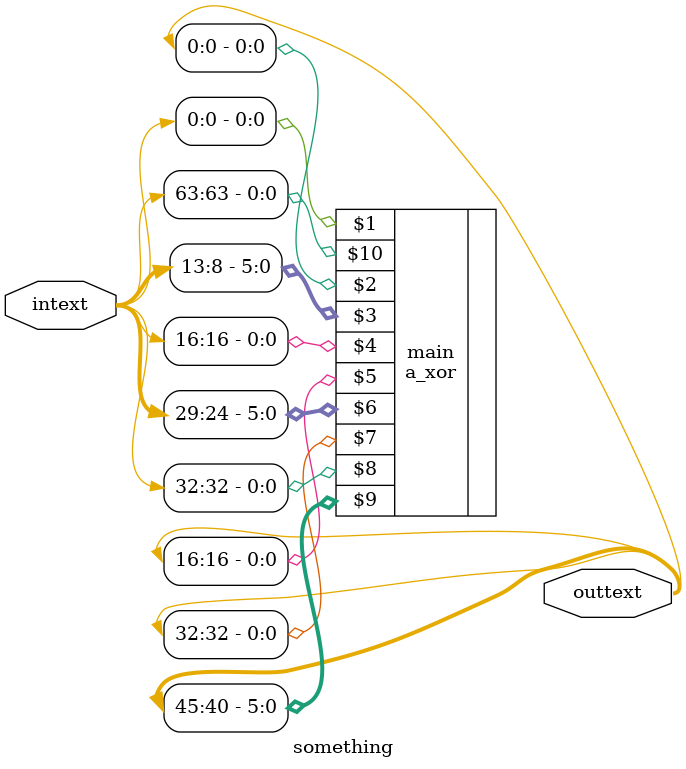
<source format=sv>
`include "async/async.sv"
`include "RepeatNot2.sv"

module something #(parameter il = 64, parameter ol = 64, parameter cs = 8)
  (input [il-1:0] intext, output [ol-1:0] outtext);

  localparam col_size = cs;

  localparam N = 6;

  // wire a_i1, a_i2;
  //
  // RepeatNot2 #(.N(N)) main (a_i2, outtext[0], outtext[col_size +: N], intext[63]);
  // assign a_i2 = a_i1 & intext[0];
  // sink sinker (outtext[0], a_i1);

  wire r_o, a_o;
  wire [N-1:0] d_o;

  a_xor #(.N(N)) main (
    intext[0], outtext[0], intext[cs +: N],
    intext[cs*2 + 0], outtext[cs*2 + 0], intext[cs*3 +: N],
    // r_o, a_o, d_o,
    outtext[cs*4 + 0], intext[cs*4 + 0], outtext[cs*5 +: N],
    intext[63]
    );
  //
  // hlatch #(.N(N)) main2 (
  //   r_o, a_o, d_o,
  //   outtext[cs*4 + 0], intext[cs*4 + 0], outtext[cs*5 +: N],
  //   rst
  //   );

  // mullerc main (intext[0], intext[1], outtext[0], intext[63]);

endmodule

</source>
